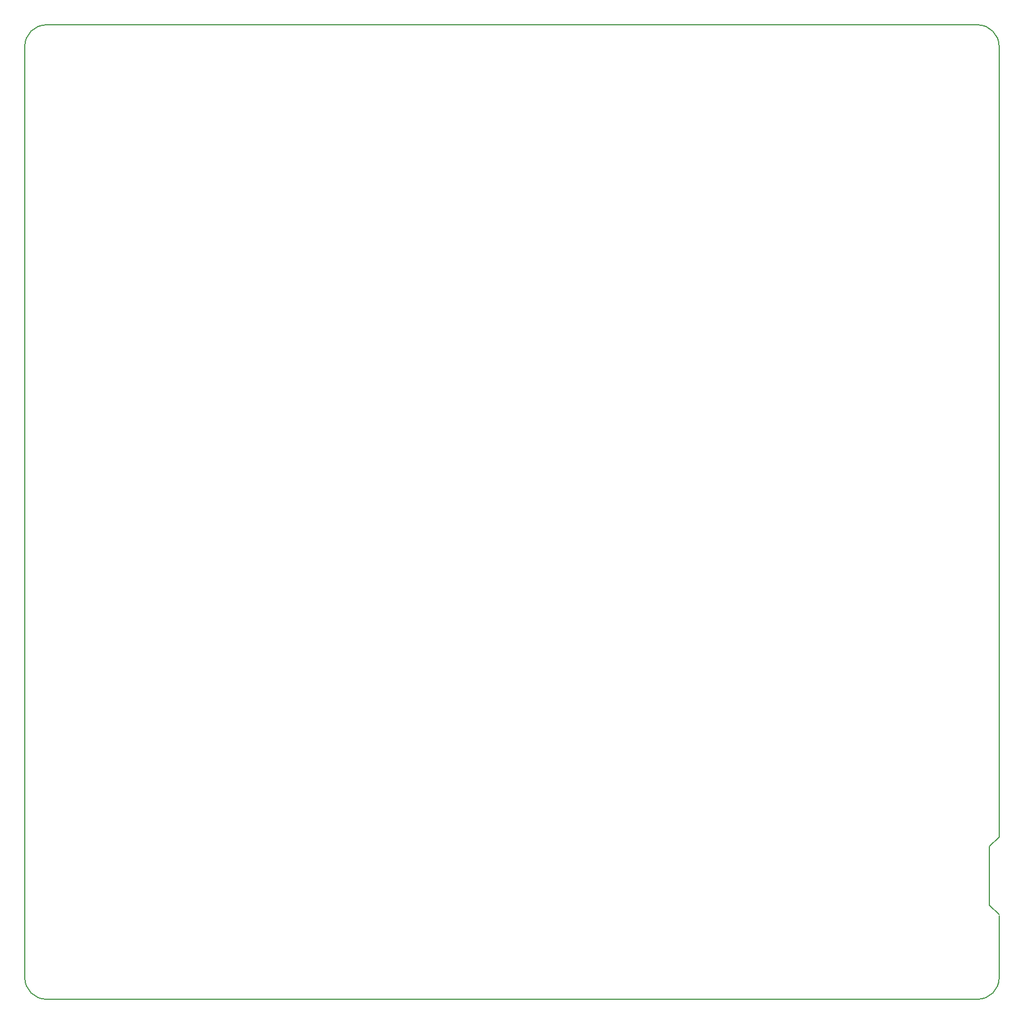
<source format=gko>
G04 Layer: BoardOutlineLayer*
G04 EasyEDA v6.5.51, 2025-11-28 17:22:10*
G04 3f89507fd9de47f783310b3fc4076c63,ba7c814570024b70955b40637584d18f,10*
G04 Gerber Generator version 0.2*
G04 Scale: 100 percent, Rotated: No, Reflected: No *
G04 Dimensions in millimeters *
G04 leading zeros omitted , absolute positions ,4 integer and 5 decimal *
%FSLAX45Y45*%
%MOMM*%

%ADD10C,0.1270*%
%ADD11C,0.0167*%
D10*
X179999Y10800006D02*
G01*
X325254Y10800003D01*
X14520009Y10800006D01*
X179999Y-4200001D02*
G01*
X325246Y-4199999D01*
X14530009Y-4200001D01*
X14850000Y-1700956D02*
G01*
X14850109Y10469879D01*
X-149999Y-3880002D02*
G01*
X-149999Y-3724752D01*
X-149999Y10470004D01*
X14700001Y-2000001D02*
G01*
X14700001Y-1850956D01*
X14850000Y-1700956D01*
X14700001Y-2599999D02*
G01*
X14700001Y-2000001D01*
X14700001Y-2599999D02*
G01*
X14700001Y-2749047D01*
X14849995Y-2899046D01*
X14849995Y-2909999D02*
G01*
X14849995Y-3869999D01*
G75*
G01*
X14520009Y-4200002D02*
G03*
X14850301Y-3869710I0J330292D01*
G75*
G01*
X14850008Y10470004D02*
G03*
X14519717Y10800296I-330291J0D01*
G75*
G01*
X180000Y10800006D02*
G03*
X-150292Y10469715I0J-330291D01*
G75*
G01*
X-150000Y-3870002D02*
G03*
X180292Y-4200294I330292J0D01*

%LPD*%
M02*

</source>
